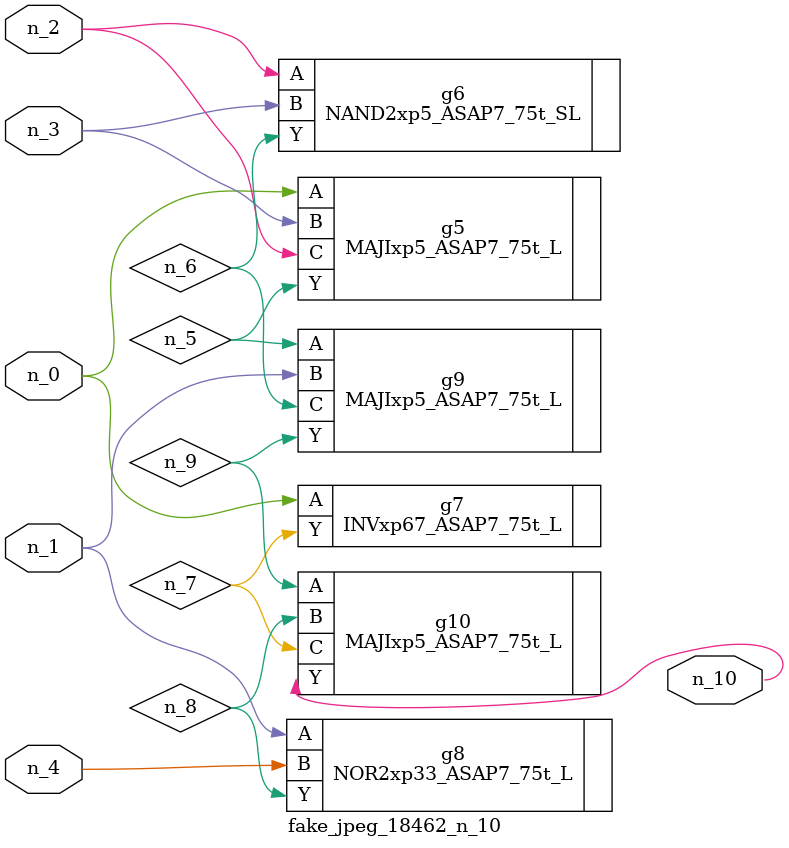
<source format=v>
module fake_jpeg_18462_n_10 (n_3, n_2, n_1, n_0, n_4, n_10);

input n_3;
input n_2;
input n_1;
input n_0;
input n_4;

output n_10;

wire n_8;
wire n_9;
wire n_6;
wire n_5;
wire n_7;

MAJIxp5_ASAP7_75t_L g5 ( 
.A(n_0),
.B(n_3),
.C(n_2),
.Y(n_5)
);

NAND2xp5_ASAP7_75t_SL g6 ( 
.A(n_2),
.B(n_3),
.Y(n_6)
);

INVxp67_ASAP7_75t_L g7 ( 
.A(n_0),
.Y(n_7)
);

NOR2xp33_ASAP7_75t_L g8 ( 
.A(n_1),
.B(n_4),
.Y(n_8)
);

MAJIxp5_ASAP7_75t_L g9 ( 
.A(n_5),
.B(n_1),
.C(n_6),
.Y(n_9)
);

MAJIxp5_ASAP7_75t_L g10 ( 
.A(n_9),
.B(n_8),
.C(n_7),
.Y(n_10)
);


endmodule
</source>
